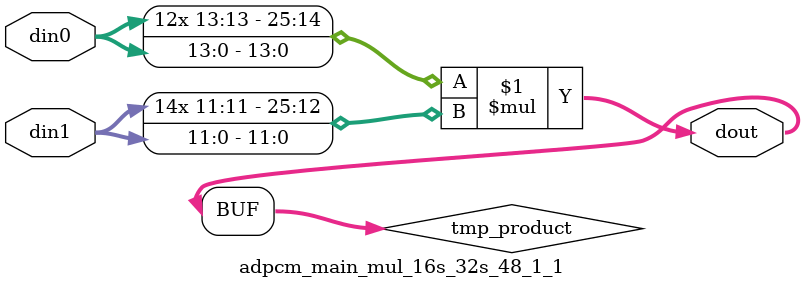
<source format=v>

`timescale 1 ns / 1 ps

  module adpcm_main_mul_16s_32s_48_1_1(din0, din1, dout);
parameter ID = 1;
parameter NUM_STAGE = 0;
parameter din0_WIDTH = 14;
parameter din1_WIDTH = 12;
parameter dout_WIDTH = 26;

input [din0_WIDTH - 1 : 0] din0; 
input [din1_WIDTH - 1 : 0] din1; 
output [dout_WIDTH - 1 : 0] dout;

wire signed [dout_WIDTH - 1 : 0] tmp_product;













assign tmp_product = $signed(din0) * $signed(din1);








assign dout = tmp_product;







endmodule

</source>
